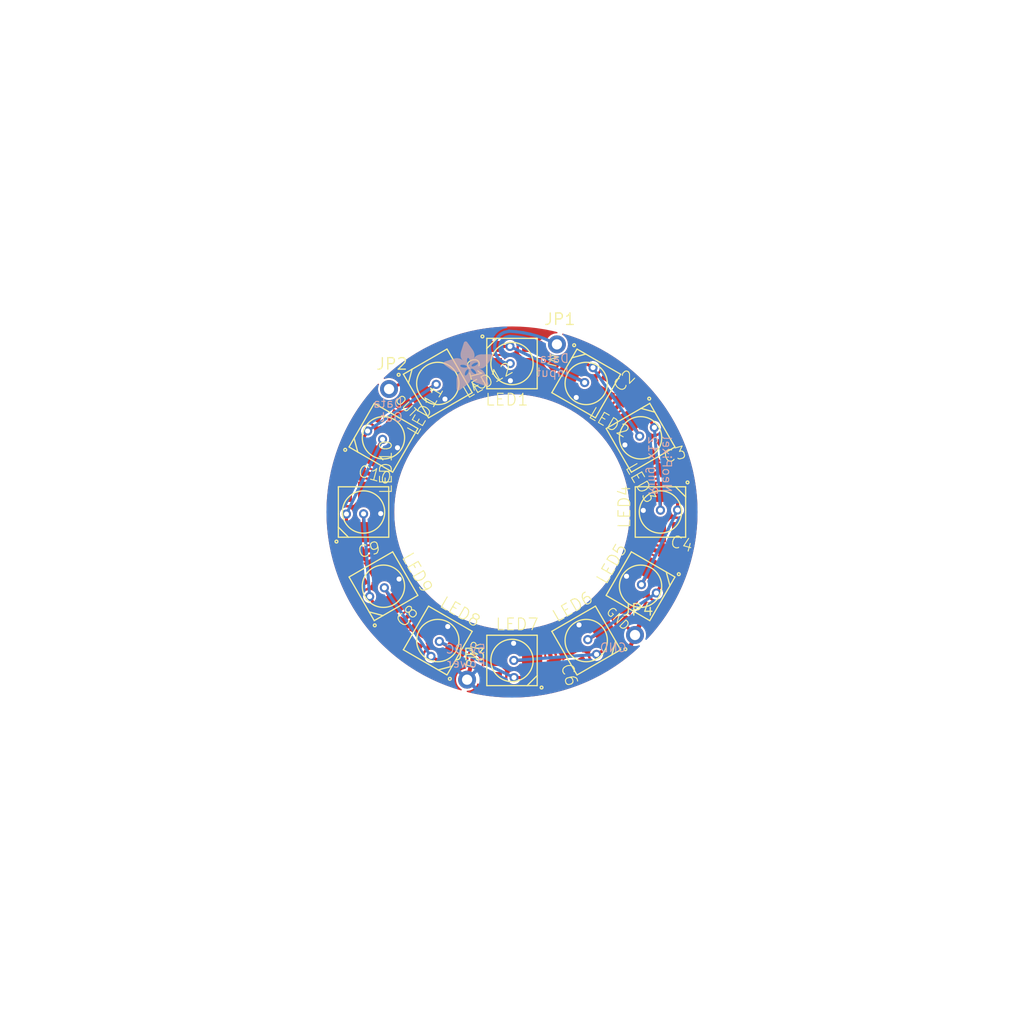
<source format=kicad_pcb>
(kicad_pcb (version 20221018) (generator pcbnew)
  (layers (0 "F.Cu" signal) (31 "B.Cu" signal) (34 "B.Paste" user) (35 "F.Paste" user) (36 "B.SilkS" user "B.Silkscreen") (37 "F.SilkS" user "F.Silkscreen") (38 "B.Mask" user) (39 "F.Mask" user) (44 "Edge.Cuts" user))
  (net 0 "")
  (net 1 "VDD")
  (net 2 "GND")
  (net 3 "N$1")
  (net 4 "N$2")
  (net 5 "N$3")
  (net 6 "N$4")
  (net 7 "N$5")
  (net 8 "N$6")
  (net 9 "N$7")
  (net 10 "N$8")
  (net 11 "N$9")
  (net 12 "N$10")
  (net 13 "N$11")
  (net 14 "N$13")
  (net 15 "N$14")
  (footprint "working:1X01-CLEANBIG" (layer "F.Cu") (at 160.708237 117.211259)
    (fp_text reference "JP4" (at -1.3462 -1.8288) (layer "F.SilkS") (effects (font (size 1.143 1.143) (thickness 0.127)) (justify left bottom)))
    (fp_text value "")
    (pad "1" thru_hole circle (at 0 0) (size 1.778 1.778) (drill 1.016) (layers "*.Cu" "*.Mask") (net 2 "GND"))
  )
  (footprint "working:C0603" (layer "F.Cu") (at 136.826754 116.677946 -135)
    (fp_text reference "C8" (at -0.635 -0.635 -135) (layer "F.SilkS") (effects (font (size 1.1684 1.1684) (thickness 0.1016)) (justify left bottom)))
    (fp_text value "")
    (pad "1" smd rect (at -0.85 0 225) (size 1.1 1) (layers "F.Cu" "F.Paste" "F.Mask") (net 1 "VDD"))
    (pad "2" smd rect (at 0.85 0 225) (size 1.1 1) (layers "F.Cu" "F.Paste" "F.Mask") (net 2 "GND"))
  )
  (footprint "working:C0603" (layer "F.Cu") (at 164.44849 100.73056 15)
    (fp_text reference "C3" (at -0.635 -0.635 15) (layer "F.SilkS") (effects (font (size 1.1684 1.1684) (thickness 0.1016)) (justify left bottom)))
    (fp_text value "")
    (pad "1" smd rect (at -0.85 0 15) (size 1.1 1) (layers "F.Cu" "F.Paste" "F.Mask") (net 1 "VDD"))
    (pad "2" smd rect (at 0.85 0 15) (size 1.1 1) (layers "F.Cu" "F.Paste" "F.Mask") (net 2 "GND"))
  )
  (footprint "working:1X01-CLEANBIG" (layer "F.Cu") (at 152.960375 88.366441)
    (fp_text reference "JP1" (at -1.3462 -1.8288) (layer "F.SilkS") (effects (font (size 1.143 1.143) (thickness 0.127)) (justify left bottom)))
    (fp_text value "")
    (pad "1" thru_hole circle (at 0 0) (size 1.778 1.778) (drill 1.016) (layers "*.Cu" "*.Mask") (net 14 "N$13"))
  )
  (footprint "working:1X01-CLEANBIG" (layer "F.Cu") (at 136.297707 92.799388)
    (fp_text reference "JP2" (at -1.3462 -1.8288) (layer "F.SilkS") (effects (font (size 1.143 1.143) (thickness 0.127)) (justify left bottom)))
    (fp_text value "")
    (pad "1" thru_hole circle (at 0 0) (size 1.778 1.778) (drill 1.016) (layers "*.Cu" "*.Mask") (net 15 "N$14"))
  )
  (footprint "working:1X01-CLEANBIG" (layer "F.Cu") (at 144.044166 121.6448)
    (fp_text reference "JP3" (at -1.3462 -1.8288) (layer "F.SilkS") (effects (font (size 1.143 1.143) (thickness 0.127)) (justify left bottom)))
    (fp_text value "")
    (pad "1" thru_hole circle (at 0 0) (size 1.778 1.778) (drill 1.016) (layers "*.Cu" "*.Mask") (net 1 "VDD"))
  )
  (footprint "working:WS28115050" (layer "F.Cu") (at 155.8671 92.245435 150)
    (fp_text reference "LED2" (at -1.7 -2.9 150) (layer "F.SilkS") (effects (font (size 1.1684 1.1684) (thickness 0.1016)) (justify left bottom)))
    (fp_text value "WS28115050")
    (pad "DI" smd rect (at 2 0 150) (size 2 1.1) (layers "F.Cu" "F.Paste" "F.Mask") (net 3 "N$1"))
    (pad "DO" smd rect (at 2 1.7 150) (size 2 1.1) (layers "F.Cu" "F.Paste" "F.Mask") (net 4 "N$2"))
    (pad "LEDVDD" smd rect (at -2 0 150) (size 2 1.1) (layers "F.Cu" "F.Paste" "F.Mask") (net 1 "VDD"))
    (pad "NC" smd rect (at -2 -1.7 150) (size 2 1.1) (layers "F.Cu" "F.Paste" "F.Mask"))
    (pad "VDD" smd rect (at 2 -1.7 150) (size 2 1.1) (layers "F.Cu" "F.Paste" "F.Mask") (net 1 "VDD"))
    (pad "VSS" smd rect (at -2 1.7 150) (size 2 1.1) (layers "F.Cu" "F.Paste" "F.Mask") (net 2 "GND"))
  )
  (footprint "working:C0603" (layer "F.Cu") (at 132.55371 100.73056 165)
    (fp_text reference "C10" (at -0.635 -0.635 165) (layer "F.SilkS") (effects (font (size 1.1684 1.1684) (thickness 0.1016)) (justify left bottom)))
    (fp_text value "")
    (pad "1" smd rect (at -0.85 0 165) (size 1.1 1) (layers "F.Cu" "F.Paste" "F.Mask") (net 1 "VDD"))
    (pad "2" smd rect (at 0.85 0 165) (size 1.1 1) (layers "F.Cu" "F.Paste" "F.Mask") (net 2 "GND"))
  )
  (footprint "working:WS28115050" (layer "F.Cu") (at 141.1351 117.761765 -30)
    (fp_text reference "LED8" (at -1.7 -2.9 -30) (layer "F.SilkS") (effects (font (size 1.1684 1.1684) (thickness 0.1016)) (justify left bottom)))
    (fp_text value "WS28115050")
    (pad "DI" smd rect (at 2 0 330) (size 2 1.1) (layers "F.Cu" "F.Paste" "F.Mask") (net 9 "N$7"))
    (pad "DO" smd rect (at 2 1.7 330) (size 2 1.1) (layers "F.Cu" "F.Paste" "F.Mask") (net 10 "N$8"))
    (pad "LEDVDD" smd rect (at -2 0 330) (size 2 1.1) (layers "F.Cu" "F.Paste" "F.Mask") (net 1 "VDD"))
    (pad "NC" smd rect (at -2 -1.7 330) (size 2 1.1) (layers "F.Cu" "F.Paste" "F.Mask"))
    (pad "VDD" smd rect (at 2 -1.7 330) (size 2 1.1) (layers "F.Cu" "F.Paste" "F.Mask") (net 1 "VDD"))
    (pad "VSS" smd rect (at -2 1.7 330) (size 2 1.1) (layers "F.Cu" "F.Paste" "F.Mask") (net 2 "GND"))
  )
  (footprint "working:WS28115050" (layer "F.Cu") (at 135.742935 97.6376 -120)
    (fp_text reference "LED11" (at -1.7 -2.9 -120) (layer "F.SilkS") (effects (font (size 1.1684 1.1684) (thickness 0.1016)) (justify left bottom)))
    (fp_text value "WS28115050")
    (pad "DI" smd rect (at 2 0 240) (size 2 1.1) (layers "F.Cu" "F.Paste" "F.Mask") (net 12 "N$10"))
    (pad "DO" smd rect (at 2 1.7 240) (size 2 1.1) (layers "F.Cu" "F.Paste" "F.Mask") (net 13 "N$11"))
    (pad "LEDVDD" smd rect (at -2 0 240) (size 2 1.1) (layers "F.Cu" "F.Paste" "F.Mask") (net 1 "VDD"))
    (pad "NC" smd rect (at -2 -1.7 240) (size 2 1.1) (layers "F.Cu" "F.Paste" "F.Mask"))
    (pad "VDD" smd rect (at 2 -1.7 240) (size 2 1.1) (layers "F.Cu" "F.Paste" "F.Mask") (net 1 "VDD"))
    (pad "VSS" smd rect (at -2 1.7 240) (size 2 1.1) (layers "F.Cu" "F.Paste" "F.Mask") (net 2 "GND"))
  )
  (footprint "working:WS28115050" (layer "F.Cu") (at 148.5011 90.2716 180)
    (fp_text reference "LED1" (at -1.7 -2.9 180) (layer "F.SilkS") (effects (font (size 1.1684 1.1684) (thickness 0.1016)) (justify right top)))
    (fp_text value "WS28115050")
    (pad "DI" smd rect (at 2 0 180) (size 2 1.1) (layers "F.Cu" "F.Paste" "F.Mask") (net 14 "N$13"))
    (pad "DO" smd rect (at 2 1.7 180) (size 2 1.1) (layers "F.Cu" "F.Paste" "F.Mask") (net 3 "N$1"))
    (pad "LEDVDD" smd rect (at -2 0 180) (size 2 1.1) (layers "F.Cu" "F.Paste" "F.Mask") (net 1 "VDD"))
    (pad "NC" smd rect (at -2 -1.7 180) (size 2 1.1) (layers "F.Cu" "F.Paste" "F.Mask"))
    (pad "VDD" smd rect (at 2 -1.7 180) (size 2 1.1) (layers "F.Cu" "F.Paste" "F.Mask") (net 1 "VDD"))
    (pad "VSS" smd rect (at -2 1.7 180) (size 2 1.1) (layers "F.Cu" "F.Paste" "F.Mask") (net 2 "GND"))
  )
  (footprint "working:C0603" (layer "F.Cu") (at 132.55371 109.27664 -165)
    (fp_text reference "C9" (at -0.635 -0.635 -165) (layer "F.SilkS") (effects (font (size 1.1684 1.1684) (thickness 0.1016)) (justify left bottom)))
    (fp_text value "")
    (pad "1" smd rect (at -0.85 0 195) (size 1.1 1) (layers "F.Cu" "F.Paste" "F.Mask") (net 1 "VDD"))
    (pad "2" smd rect (at 0.85 0 195) (size 1.1 1) (layers "F.Cu" "F.Paste" "F.Mask") (net 2 "GND"))
  )
  (footprint "working:GUIDE-STAR-12" (layer "F.Cu") (at 148.5011 105.0036)
    (fp_text reference "U$1" hide)
    (fp_text value "" hide)
  )
  (footprint "working:C0603" (layer "F.Cu") (at 144.22806 89.05621 105)
    (fp_text reference "C12" (at -0.635 -0.635 105) (layer "F.SilkS") (effects (font (size 1.1684 1.1684) (thickness 0.1016)) (justify left bottom)))
    (fp_text value "")
    (pad "1" smd rect (at -0.85 0 105) (size 1.1 1) (layers "F.Cu" "F.Paste" "F.Mask") (net 1 "VDD"))
    (pad "2" smd rect (at 0.85 0 105) (size 1.1 1) (layers "F.Cu" "F.Paste" "F.Mask") (net 2 "GND"))
  )
  (footprint "working:WS28115050" (layer "F.Cu") (at 155.8671 117.761765 30)
    (fp_text reference "LED6" (at -1.7 -2.9 30) (layer "F.SilkS") (effects (font (size 1.1684 1.1684) (thickness 0.1016)) (justify left bottom)))
    (fp_text value "WS28115050")
    (pad "DI" smd rect (at 2 0 30) (size 2 1.1) (layers "F.Cu" "F.Paste" "F.Mask") (net 7 "N$5"))
    (pad "DO" smd rect (at 2 1.7 30) (size 2 1.1) (layers "F.Cu" "F.Paste" "F.Mask") (net 8 "N$6"))
    (pad "LEDVDD" smd rect (at -2 0 30) (size 2 1.1) (layers "F.Cu" "F.Paste" "F.Mask") (net 1 "VDD"))
    (pad "NC" smd rect (at -2 -1.7 30) (size 2 1.1) (layers "F.Cu" "F.Paste" "F.Mask"))
    (pad "VDD" smd rect (at 2 -1.7 30) (size 2 1.1) (layers "F.Cu" "F.Paste" "F.Mask") (net 1 "VDD"))
    (pad "VSS" smd rect (at -2 1.7 30) (size 2 1.1) (layers "F.Cu" "F.Paste" "F.Mask") (net 2 "GND"))
  )
  (footprint "working:WS28115050" (layer "F.Cu") (at 141.1351 92.245435 -150)
    (fp_text reference "LED12" (at -1.7 -2.9 -150) (layer "F.SilkS") (effects (font (size 1.1684 1.1684) (thickness 0.1016)) (justify left bottom)))
    (fp_text value "WS28115050")
    (pad "DI" smd rect (at 2 0 210) (size 2 1.1) (layers "F.Cu" "F.Paste" "F.Mask") (net 13 "N$11"))
    (pad "DO" smd rect (at 2 1.7 210) (size 2 1.1) (layers "F.Cu" "F.Paste" "F.Mask") (net 15 "N$14"))
    (pad "LEDVDD" smd rect (at -2 0 210) (size 2 1.1) (layers "F.Cu" "F.Paste" "F.Mask") (net 1 "VDD"))
    (pad "NC" smd rect (at -2 -1.7 210) (size 2 1.1) (layers "F.Cu" "F.Paste" "F.Mask"))
    (pad "VDD" smd rect (at 2 -1.7 210) (size 2 1.1) (layers "F.Cu" "F.Paste" "F.Mask") (net 1 "VDD"))
    (pad "VSS" smd rect (at -2 1.7 210) (size 2 1.1) (layers "F.Cu" "F.Paste" "F.Mask") (net 2 "GND"))
  )
  (footprint "working:C0603" (layer "F.Cu") (at 152.77414 120.95099 -75)
    (fp_text reference "C6" (at -0.635 -0.635 -75) (layer "F.SilkS") (effects (font (size 1.1684 1.1684) (thickness 0.1016)) (justify left bottom)))
    (fp_text value "")
    (pad "1" smd rect (at -0.85 0 285) (size 1.1 1) (layers "F.Cu" "F.Paste" "F.Mask") (net 1 "VDD"))
    (pad "2" smd rect (at 0.85 0 285) (size 1.1 1) (layers "F.Cu" "F.Paste" "F.Mask") (net 2 "GND"))
  )
  (footprint "working:C0603" (layer "F.Cu") (at 164.44849 109.27664 -15)
    (fp_text reference "C4" (at -0.635 -0.635 -15) (layer "F.SilkS") (effects (font (size 1.1684 1.1684) (thickness 0.1016)) (justify left bottom)))
    (fp_text value "")
    (pad "1" smd rect (at -0.85 0 345) (size 1.1 1) (layers "F.Cu" "F.Paste" "F.Mask") (net 1 "VDD"))
    (pad "2" smd rect (at 0.85 0 345) (size 1.1 1) (layers "F.Cu" "F.Paste" "F.Mask") (net 2 "GND"))
  )
  (footprint "working:WS28115050" (layer "F.Cu") (at 161.259265 112.3696 60)
    (fp_text reference "LED5" (at -1.7 -2.9 60) (layer "F.SilkS") (effects (font (size 1.1684 1.1684) (thickness 0.1016)) (justify left bottom)))
    (fp_text value "WS28115050")
    (pad "DI" smd rect (at 2 0 60) (size 2 1.1) (layers "F.Cu" "F.Paste" "F.Mask") (net 6 "N$4"))
    (pad "DO" smd rect (at 2 1.7 60) (size 2 1.1) (layers "F.Cu" "F.Paste" "F.Mask") (net 7 "N$5"))
    (pad "LEDVDD" smd rect (at -2 0 60) (size 2 1.1) (layers "F.Cu" "F.Paste" "F.Mask") (net 1 "VDD"))
    (pad "NC" smd rect (at -2 -1.7 60) (size 2 1.1) (layers "F.Cu" "F.Paste" "F.Mask"))
    (pad "VDD" smd rect (at 2 -1.7 60) (size 2 1.1) (layers "F.Cu" "F.Paste" "F.Mask") (net 1 "VDD"))
    (pad "VSS" smd rect (at -2 1.7 60) (size 2 1.1) (layers "F.Cu" "F.Paste" "F.Mask") (net 2 "GND"))
  )
  (footprint "working:GUIDE-STAR-12" (layer "F.Cu") (at 148.5011 105.0036 15)
    (fp_text reference "U$2" hide)
    (fp_text value "" hide)
  )
  (footprint "working:WS28115050" (layer "F.Cu") (at 161.259265 97.6376 120)
    (fp_text reference "LED3" (at -1.7 -2.9 120) (layer "F.SilkS") (effects (font (size 1.1684 1.1684) (thickness 0.1016)) (justify left bottom)))
    (fp_text value "WS28115050")
    (pad "DI" smd rect (at 2 0 120) (size 2 1.1) (layers "F.Cu" "F.Paste" "F.Mask") (net 4 "N$2"))
    (pad "DO" smd rect (at 2 1.7 120) (size 2 1.1) (layers "F.Cu" "F.Paste" "F.Mask") (net 5 "N$3"))
    (pad "LEDVDD" smd rect (at -2 0 120) (size 2 1.1) (layers "F.Cu" "F.Paste" "F.Mask") (net 1 "VDD"))
    (pad "NC" smd rect (at -2 -1.7 120) (size 2 1.1) (layers "F.Cu" "F.Paste" "F.Mask"))
    (pad "VDD" smd rect (at 2 -1.7 120) (size 2 1.1) (layers "F.Cu" "F.Paste" "F.Mask") (net 1 "VDD"))
    (pad "VSS" smd rect (at -2 1.7 120) (size 2 1.1) (layers "F.Cu" "F.Paste" "F.Mask") (net 2 "GND"))
  )
  (footprint "working:WS28115050" (layer "F.Cu") (at 133.7691 105.0036 -90)
    (fp_text reference "LED10" (at -1.7 -2.9 -90) (layer "F.SilkS") (effects (font (size 1.1684 1.1684) (thickness 0.1016)) (justify left bottom)))
    (fp_text value "WS28115050")
    (pad "DI" smd rect (at 2 0 270) (size 2 1.1) (layers "F.Cu" "F.Paste" "F.Mask") (net 11 "N$9"))
    (pad "DO" smd rect (at 2 1.7 270) (size 2 1.1) (layers "F.Cu" "F.Paste" "F.Mask") (net 12 "N$10"))
    (pad "LEDVDD" smd rect (at -2 0 270) (size 2 1.1) (layers "F.Cu" "F.Paste" "F.Mask") (net 1 "VDD"))
    (pad "NC" smd rect (at -2 -1.7 270) (size 2 1.1) (layers "F.Cu" "F.Paste" "F.Mask"))
    (pad "VDD" smd rect (at 2 -1.7 270) (size 2 1.1) (layers "F.Cu" "F.Paste" "F.Mask") (net 1 "VDD"))
    (pad "VSS" smd rect (at -2 1.7 270) (size 2 1.1) (layers "F.Cu" "F.Paste" "F.Mask") (net 2 "GND"))
  )
  (footprint "working:C0603" (layer "F.Cu") (at 160.175446 93.329254 45)
    (fp_text reference "C2" (at -0.635 -0.635 45) (layer "F.SilkS") (effects (font (size 1.1684 1.1684) (thickness 0.1016)) (justify left bottom)))
    (fp_text value "")
    (pad "1" smd rect (at -0.85 0 45) (size 1.1 1) (layers "F.Cu" "F.Paste" "F.Mask") (net 1 "VDD"))
    (pad "2" smd rect (at 0.85 0 45) (size 1.1 1) (layers "F.Cu" "F.Paste" "F.Mask") (net 2 "GND"))
  )
  (footprint "working:WS28115050" (layer "F.Cu") (at 135.742935 112.3696 -60)
    (fp_text reference "LED9" (at -1.7 -2.9 -60) (layer "F.SilkS") (effects (font (size 1.1684 1.1684) (thickness 0.1016)) (justify left bottom)))
    (fp_text value "WS28115050")
    (pad "DI" smd rect (at 2 0 300) (size 2 1.1) (layers "F.Cu" "F.Paste" "F.Mask") (net 10 "N$8"))
    (pad "DO" smd rect (at 2 1.7 300) (size 2 1.1) (layers "F.Cu" "F.Paste" "F.Mask") (net 11 "N$9"))
    (pad "LEDVDD" smd rect (at -2 0 300) (size 2 1.1) (layers "F.Cu" "F.Paste" "F.Mask") (net 1 "VDD"))
    (pad "NC" smd rect (at -2 -1.7 300) (size 2 1.1) (layers "F.Cu" "F.Paste" "F.Mask"))
    (pad "VDD" smd rect (at 2 -1.7 300) (size 2 1.1) (layers "F.Cu" "F.Paste" "F.Mask") (net 1 "VDD"))
    (pad "VSS" smd rect (at -2 1.7 300) (size 2 1.1) (layers "F.Cu" "F.Paste" "F.Mask") (net 2 "GND"))
  )
  (footprint "working:WS28115050" (layer "F.Cu") (at 148.5011 119.7356)
    (fp_text reference "LED7" (at -1.7 -2.9) (layer "F.SilkS") (effects (font (size 1.1684 1.1684) (thickness 0.1016)) (justify left bottom)))
    (fp_text value "WS28115050")
    (pad "DI" smd rect (at 2 0) (size 2 1.1) (layers "F.Cu" "F.Paste" "F.Mask") (net 8 "N$6"))
    (pad "DO" smd rect (at 2 1.7) (size 2 1.1) (layers "F.Cu" "F.Paste" "F.Mask") (net 9 "N$7"))
    (pad "LEDVDD" smd rect (at -2 0) (size 2 1.1) (layers "F.Cu" "F.Paste" "F.Mask") (net 1 "VDD"))
    (pad "NC" smd rect (at -2 -1.7) (size 2 1.1) (layers "F.Cu" "F.Paste" "F.Mask"))
    (pad "VDD" smd rect (at 2 -1.7) (size 2 1.1) (layers "F.Cu" "F.Paste" "F.Mask") (net 1 "VDD"))
    (pad "VSS" smd rect (at -2 1.7) (size 2 1.1) (layers "F.Cu" "F.Paste" "F.Mask") (net 2 "GND"))
  )
  (footprint "working:WS28115050" (layer "F.Cu") (at 163.2331 105.0036 90)
    (fp_text reference "LED4" (at -1.7 -2.9 90) (layer "F.SilkS") (effects (font (size 1.1684 1.1684) (thickness 0.1016)) (justify left bottom)))
    (fp_text value "WS28115050")
    (pad "DI" smd rect (at 2 0 90) (size 2 1.1) (layers "F.Cu" "F.Paste" "F.Mask") (net 5 "N$3"))
    (pad "DO" smd rect (at 2 1.7 90) (size 2 1.1) (layers "F.Cu" "F.Paste" "F.Mask") (net 6 "N$4"))
    (pad "LEDVDD" smd rect (at -2 0 90) (size 2 1.1) (layers "F.Cu" "F.Paste" "F.Mask") (net 1 "VDD"))
    (pad "NC" smd rect (at -2 -1.7 90) (size 2 1.1) (layers "F.Cu" "F.Paste" "F.Mask"))
    (pad "VDD" smd rect (at 2 -1.7 90) (size 2 1.1) (layers "F.Cu" "F.Paste" "F.Mask") (net 1 "VDD"))
    (pad "VSS" smd rect (at -2 1.7 90) (size 2 1.1) (layers "F.Cu" "F.Paste" "F.Mask") (net 2 "GND"))
  )
  (footprint "working:ADAFRUIT_5MM" (layer "B.Cu") (at 146.5961 92.9386 180)
    (fp_text reference "U$3" hide)
    (fp_text value "" hide)
  )
  (gr_circle (center 148.5011 105.0036) (end 160.1851 105.0036) (stroke (width 0.000003)) (fill none) (layer "Edge.Cuts"))
  (gr_arc (start 166.9161 105.0036) (mid 161.522471 118.024971) (end 148.5011 123.4186) (stroke (width 0.000003)) (layer "Edge.Cuts"))
  (gr_arc (start 130.0861 105.0036) (mid 135.479729 91.982229) (end 148.5011 86.5886) (stroke (width 0.000003)) (layer "Edge.Cuts"))
  (gr_arc (start 148.5011 86.5886) (mid 161.522471 91.982229) (end 166.9161 105.0036) (stroke (width 0.000003)) (layer "Edge.Cuts"))
  (gr_arc (start 148.5011 123.4186) (mid 135.479729 118.024971) (end 130.0861 105.0036) (stroke (width 0.000003)) (layer "Edge.Cuts"))
  (gr_text "Data\nInput" (at 154.2161 91.6686) (layer "B.SilkS") (effects (font (size 0.86868 0.86868) (thickness 0.09652)) (justify left bottom mirror)))
  (gr_text "Data\nOut" (at 137.7061 96.1136) (layer "B.SilkS") (effects (font (size 0.86868 0.86868) (thickness 0.09652)) (justify left bottom mirror)))
  (gr_text "GND" (at 159.9311 118.9736) (layer "B.SilkS") (effects (font (size 0.86868 0.86868) (thickness 0.09652)) (justify left bottom mirror)))
  (gr_text "NeoPixel\nRing x12" (at 164.3761 97.3836 -90) (layer "B.SilkS") (effects (font (size 0.86868 0.86868) (thickness 0.09652)) (justify right top mirror)))
  (gr_text "5V DC\nPower" (at 145.948832 120.520584) (layer "B.SilkS") (effects (font (size 0.86868 0.86868) (thickness 0.09652)) (justify left bottom mirror)))
  (gr_text "GND" (at 160.354521 116.203618 315) (layer "F.SilkS") (effects (font (size 0.86868 0.86868) (thickness 0.09652)) (justify right top)))
  (gr_text "PWR" (at 144.793075 120.68354 75) (layer "F.SilkS") (effects (font (size 0.86868 0.86868) (thickness 0.09652)) (justify left bottom)))
  (gr_text "OUT" (at 136.737569 93.938422 315) (layer "F.SilkS") (effects (font (size 0.86868 0.86868) (thickness 0.09652)) (justify left bottom)))
  (gr_text "IN" (at 152.3111 89.1286 75) (layer "F.SilkS") (effects (font (size 0.86868 0.86868) (thickness 0.09652)) (justify right top)))
  (segment (start 152.585706 91.929985) (end 153.285046 92.717679) (width 0.4064) (layer "F.Cu") (net 1))
  (segment (start 137.170491 95.173554) (end 139.629557 94.892872) (width 0.4064) (layer "F.Cu") (net 1))
  (segment (start 152.554143 120.129953) (end 152.314146 119.233696) (width 0.4064) (layer "F.Cu") (net 1))
  (segment (start 157.59915 93.245435) (end 159.574403 93.930297) (width 0.4064) (layer "F.Cu") (net 1))
  (segment (start 161.5331 103.0036) (end 161.532062 104.844341) (width 0.4064) (layer "F.Cu") (net 1))
  (segment (start 158.379412 95.125288) (end 158.787021 96.75555) (width 0.4064) (layer "F.Cu") (net 1))
  (segment (start 152.11679 118.497603) (end 149.770912 118.035187) (width 0.4064) (layer "F.Cu") (net 1))
  (segment (start 133.374747 100.950557) (end 134.271004 101.190554) (width 0.4064) (layer "F.Cu") (net 1))
  (segment (start 144.043744 121.646971) (end 144.847579 118.659746) (width 0.4064) (layer "F.Cu") (net 1))
  (segment (start 161.995103 108.61929) (end 162.731196 108.816646) (width 0.4064) (layer "F.Cu") (net 1))
  (segment (start 158.379412 95.125288) (end 159.574403 93.930297) (width 0.4064) (layer "F.Cu") (net 1))
  (segment (start 161.995103 108.61929) (end 160.787021 109.787546) (width 0.4064) (layer "F.Cu") (net 1))
  (segment (start 150.5011 90.2716) (end 151.237371 90.127069) (width 0.4064) (layer "F.Cu") (net 1))
  (segment (start 150.5011 118.0356) (end 149.770912 118.035187) (width 0.4064) (layer "F.Cu") (net 1))
  (segment (start 144.294582 117.911887) (end 143.717154 117.289521) (width 0.4064) (layer "F.Cu") (net 1))
  (segment (start 135.007097 108.61929) (end 135.4691 107.0036) (width 0.4064) (layer "F.Cu") (net 1))
  (segment (start 162.731196 101.190554) (end 163.627453 100.950557) (width 0.4064) (layer "F.Cu") (net 1))
  (segment (start 153.285046 92.717679) (end 154.878787 93.638879) (width 0.4064) (layer "F.Cu") (net 1))
  (segment (start 162.259265 99.369654) (end 163.627453 100.950557) (width 0.4064) (layer "F.Cu") (net 1))
  (segment (start 162.731196 108.816646) (end 163.627453 109.056643) (width 0.4064) (layer "F.Cu") (net 1))
  (segment (start 144.88541 91.509597) (end 146.5011 91.9716) (width 0.4064) (layer "F.Cu") (net 1))
  (segment (start 135.007097 101.38791) (end 136.215179 100.219654) (width 0.4064) (layer "F.Cu") (net 1))
  (segment (start 163.2331 107.0036) (end 163.627453 109.056643) (width 0.4064) (layer "F.Cu") (net 1))
  (segment (start 144.448057 89.877247) (end 144.688054 90.773504) (width 0.4064) (layer "F.Cu") (net 1))
  (segment (start 138.215179 113.25165) (end 137.295382 111.656875) (width 0.4064) (layer "F.Cu") (net 1))
  (segment (start 160.787021 109.787546) (end 159.865821 111.381287) (width 0.4064) (layer "F.Cu") (net 1))
  (segment (start 133.374747 109.056643) (end 134.742935 110.637546) (width 0.4064) (layer "F.Cu") (net 1))
  (segment (start 157.639509 115.109687) (end 156.74915 115.289521) (width 0.4064) (layer "F.Cu") (net 1))
  (segment (start 152.11679 118.497603) (end 152.314146 119.233696) (width 0.4064) (layer "F.Cu") (net 1))
  (segment (start 161.995103 101.38791) (end 162.731196 101.190554) (width 0.4064) (layer "F.Cu") (net 1))
  (segment (start 144.88541 91.509597) (end 144.688054 90.773504) (width 0.4064) (layer "F.Cu") (net 1))
  (segment (start 159.859468 114.829378) (end 157.639509 115.109687) (width 0.4064) (layer "F.Cu") (net 1))
  (segment (start 137.427797 116.076903) (end 138.622788 114.881912) (width 0.4064) (layer "F.Cu") (net 1))
  (segment (start 146.5011 91.9716) (end 148.341841 91.972638) (width 0.4064) (layer "F.Cu") (net 1))
  (segment (start 151.237371 90.127069) (end 152.585706 91.929985) (width 0.4064) (layer "F.Cu") (net 1))
  (segment (start 154.135046 118.761765) (end 152.554143 120.129953) (width 0.4064) (layer "F.Cu") (net 1))
  (segment (start 156.74915 115.289521) (end 155.154375 116.209318) (width 0.4064) (layer "F.Cu") (net 1))
  (segment (start 133.374747 109.056643) (end 134.271004 108.816646) (width 0.4064) (layer "F.Cu") (net 1))
  (segment (start 135.4691 107.0036) (end 135.470138 105.162859) (width 0.4064) (layer "F.Cu") (net 1))
  (segment (start 135.007097 108.61929) (end 134.271004 108.816646) (width 0.4064) (layer "F.Cu") (net 1))
  (segment (start 139.629557 94.892872) (end 140.25305 94.717679) (width 0.4064) (layer "F.Cu") (net 1))
  (segment (start 136.215179 100.219654) (end 137.136379 98.625913) (width 0.4064) (layer "F.Cu") (net 1))
  (segment (start 160.259265 114.10165) (end 159.859468 114.829378) (width 0.4064) (layer "F.Cu") (net 1))
  (segment (start 133.7691 103.0036) (end 133.374747 100.950557) (width 0.4064) (layer "F.Cu") (net 1))
  (segment (start 140.25305 94.717679) (end 141.847825 93.797882) (width 0.4064) (layer "F.Cu") (net 1))
  (segment (start 142.123413 116.368321) (end 143.717154 117.289521) (width 0.4064) (layer "F.Cu") (net 1))
  (segment (start 139.40305 116.761762) (end 137.427797 116.076903) (width 0.4064) (layer "F.Cu") (net 1))
  (segment (start 138.622788 114.881912) (end 138.215179 113.25165) (width 0.4064) (layer "F.Cu") (net 1))
  (segment (start 149.770912 118.035187) (end 148.660359 118.034562) (width 0.4064) (layer "F.Cu") (net 1))
  (segment (start 145.668954 119.744) (end 144.294582 117.911887) (width 0.4064) (layer "F.Cu") (net 1))
  (segment (start 142.867154 91.245435) (end 144.448057 89.877247) (width 0.4064) (layer "F.Cu") (net 1))
  (segment (start 161.995103 101.38791) (end 161.5331 103.0036) (width 0.4064) (layer "F.Cu") (net 1))
  (segment (start 136.742938 95.90555) (end 137.170491 95.173554) (width 0.4064) (layer "F.Cu") (net 1))
  (segment (start 135.007097 101.38791) (end 134.271004 101.190554) (width 0.4064) (layer "F.Cu") (net 1))
  (segment (start 146.5011 119.7356) (end 145.668954 119.744) (width 0.4064) (layer "F.Cu") (net 1))
  (segment (start 158.787021 96.75555) (end 159.706818 98.350325) (width 0.4064) (layer "F.Cu") (net 1))
  (via (at 148.660359 118.034562) (size 0.9064) (drill 0.5) (layers "F.Cu" "B.Cu") (net 1))
  (via (at 161.532062 104.844341) (size 0.9064) (drill 0.5) (layers "F.Cu" "B.Cu") (net 1))
  (via (at 137.295382 111.656875) (size 0.9064) (drill 0.5) (layers "F.Cu" "B.Cu") (net 1))
  (via (at 142.123413 116.368321) (size 0.9064) (drill 0.5) (layers "F.Cu" "B.Cu") (net 1))
  (via (at 135.470138 105.162859) (size 0.9064) (drill 0.5) (layers "F.Cu" "B.Cu") (net 1))
  (via (at 141.847825 93.797882) (size 0.9064) (drill 0.5) (layers "F.Cu" "B.Cu") (net 1))
  (via (at 137.136379 98.625913) (size 0.9064) (drill 0.5) (layers "F.Cu" "B.Cu") (net 1))
  (via (at 155.154375 116.209318) (size 0.9064) (drill 0.5) (layers "F.Cu" "B.Cu") (net 1))
  (via (at 154.878787 93.638879) (size 0.9064) (drill 0.5) (layers "F.Cu" "B.Cu") (net 1))
  (via (at 159.706818 98.350325) (size 0.9064) (drill 0.5) (layers "F.Cu" "B.Cu") (net 1))
  (via (at 148.341841 91.972638) (size 0.9064) (drill 0.5) (layers "F.Cu" "B.Cu") (net 1))
  (via (at 159.865821 111.381287) (size 0.9064) (drill 0.5) (layers "F.Cu" "B.Cu") (net 1))
  (segment (start 136.192455 100.593087) (end 136.449938 99.918554) (width 0.4064) (layer "B.Cu") (net 1))
  (segment (start 137.844184 112.611344) (end 137.443059 112.011018) (width 0.4064) (layer "B.Cu") (net 1))
  (segment (start 152.912377 117.312918) (end 152.224529 117.532155) (width 0.4064) (layer "B.Cu") (net 1))
  (segment (start 160.257476 110.748935) (end 159.926118 111.390342) (width 0.4064) (layer "B.Cu") (net 1))
  (segment (start 145.477618 92.295358) (end 146.185751 92.154502) (width 0.4064) (layer "B.Cu") (net 1))
  (segment (start 139.764826 114.760543) (end 139.240173 114.264527) (width 0.4064) (layer "B.Cu") (net 1))
  (segment (start 160.809809 109.415485) (end 160.552349 110.089958) (width 0.4064) (layer "B.Cu") (net 1))
  (segment (start 136.449938 110.088646) (end 136.192455 109.414113) (width 0.4064) (layer "B.Cu") (net 1))
  (segment (start 138.744157 113.739874) (end 138.278338 113.188235) (width 0.4064) (layer "B.Cu") (net 1))
  (segment (start 142.115555 116.428475) (end 141.493682 116.061641) (width 0.4064) (layer "B.Cu") (net 1))
  (segment (start 146.185751 117.852698) (end 145.477618 117.711842) (width 0.4064) (layer "B.Cu") (net 1))
  (segment (start 161.511814 105.886265) (end 161.451135 106.605653) (width 0.4064) (layer "B.Cu") (net 1))
  (segment (start 161.532062 105.164607) (end 161.511814 105.886265) (width 0.4064) (layer "B.Cu") (net 1))
  (segment (start 158.724111 113.189272) (end 158.258334 113.740863) (width 0.4064) (layer "B.Cu") (net 1))
  (segment (start 148.660359 91.972638) (end 149.382081 91.992888) (width 0.4064) (layer "B.Cu") (net 1))
  (segment (start 158.258043 96.267326) (end 158.723862 96.818965) (width 0.4064) (layer "B.Cu") (net 1))
  (segment (start 148.341841 118.034562) (end 147.620119 118.014312) (width 0.4064) (layer "B.Cu") (net 1))
  (segment (start 135.470138 104.844341) (end 135.470138 104.844341) (width 0.4064) (layer "B.Cu") (net 1))
  (segment (start 159.158016 97.395856) (end 159.559141 97.996182) (width 0.4064) (layer "B.Cu") (net 1))
  (segment (start 160.552262 99.918554) (end 160.809745 100.593087) (width 0.4064) (layer "B.Cu") (net 1))
  (segment (start 135.551073 106.604032) (end 135.470138 105.162859) (width 0.4064) (layer "B.Cu") (net 1))
  (segment (start 153.586851 117.055457) (end 152.912377 117.312918) (width 0.4064) (layer "B.Cu") (net 1))
  (segment (start 157.762027 95.742673) (end 158.258043 96.267326) (width 0.4064) (layer "B.Cu") (net 1))
  (segment (start 135.652002 107.318949) (end 135.551073 106.604032) (width 0.4064) (layer "B.Cu") (net 1))
  (segment (start 152.911613 92.694955) (end 153.586146 92.952438) (width 0.4064) (layer "B.Cu") (net 1))
  (segment (start 150.817399 117.853323) (end 150.102546 117.954243) (width 0.4064) (layer "B.Cu") (net 1))
  (segment (start 161.029001 101.280997) (end 161.209342 101.980118) (width 0.4064) (layer "B.Cu") (net 1))
  (segment (start 155.508518 93.945559) (end 156.108844 94.346684) (width 0.4064) (layer "B.Cu") (net 1))
  (segment (start 150.101532 92.053573) (end 150.816449 92.154502) (width 0.4064) (layer "B.Cu") (net 1))
  (segment (start 161.451127 103.403168) (end 161.532062 104.844341) (width 0.4064) (layer "B.Cu") (net 1))
  (segment (start 146.185751 92.154502) (end 146.900668 92.053573) (width 0.4064) (layer "B.Cu") (net 1))
  (segment (start 158.258334 113.740863) (end 157.762362 114.26547) (width 0.4064) (layer "B.Cu") (net 1))
  (segment (start 139.764826 95.246657) (end 140.316465 94.780838) (width 0.4064) (layer "B.Cu") (net 1))
  (segment (start 154.886645 93.578725) (end 155.508518 93.945559) (width 0.4064) (layer "B.Cu") (net 1))
  (segment (start 152.224529 117.532155) (end 151.52547 117.712479) (width 0.4064) (layer "B.Cu") (net 1))
  (segment (start 161.451135 106.605653) (end 161.350214 107.320506) (width 0.4064) (layer "B.Cu") (net 1))
  (segment (start 144.778497 92.475699) (end 145.477618 92.295358) (width 0.4064) (layer "B.Cu") (net 1))
  (segment (start 140.316465 94.780838) (end 140.893356 94.346684) (width 0.4064) (layer "B.Cu") (net 1))
  (segment (start 159.925975 98.618055) (end 160.257363 99.259518) (width 0.4064) (layer "B.Cu") (net 1))
  (segment (start 143.416054 117.054762) (end 142.757018 116.759863) (width 0.4064) (layer "B.Cu") (net 1))
  (segment (start 140.893356 94.346684) (end 141.493682 93.945559) (width 0.4064) (layer "B.Cu") (net 1))
  (segment (start 160.257363 99.259518) (end 160.552262 99.918554) (width 0.4064) (layer "B.Cu") (net 1))
  (segment (start 144.090587 92.694955) (end 144.778497 92.475699) (width 0.4064) (layer "B.Cu") (net 1))
  (segment (start 135.490388 104.122619) (end 135.551073 103.403168) (width 0.4064) (layer "B.Cu") (net 1))
  (segment (start 154.887234 116.429226) (end 154.245828 116.760584) (width 0.4064) (layer "B.Cu") (net 1))
  (segment (start 148.341841 118.034562) (end 148.341841 118.034562) (width 0.4064) (layer "B.Cu") (net 1))
  (segment (start 142.757018 116.759863) (end 142.115555 116.428475) (width 0.4064) (layer "B.Cu") (net 1))
  (segment (start 135.551073 103.403168) (end 135.652002 102.688251) (width 0.4064) (layer "B.Cu") (net 1))
  (segment (start 148.660359 118.034562) (end 148.341841 118.034562) (width 0.4064) (layer "B.Cu") (net 1))
  (segment (start 156.686165 115.227219) (end 156.109325 115.661335) (width 0.4064) (layer "B.Cu") (net 1))
  (segment (start 144.090587 117.312245) (end 143.416054 117.054762) (width 0.4064) (layer "B.Cu") (net 1))
  (segment (start 139.240173 114.264527) (end 138.744157 113.739874) (width 0.4064) (layer "B.Cu") (net 1))
  (segment (start 151.524582 92.295358) (end 152.223703 92.475699) (width 0.4064) (layer "B.Cu") (net 1))
  (segment (start 154.245182 93.247337) (end 154.886645 93.578725) (width 0.4064) (layer "B.Cu") (net 1))
  (segment (start 137.076225 98.618055) (end 137.443059 97.996182) (width 0.4064) (layer "B.Cu") (net 1))
  (segment (start 156.685735 94.780838) (end 157.237374 95.246657) (width 0.4064) (layer "B.Cu") (net 1))
  (segment (start 151.52547 117.712479) (end 150.817399 117.853323) (width 0.4064) (layer "B.Cu") (net 1))
  (segment (start 161.209342 101.980118) (end 161.350198 102.688251) (width 0.4064) (layer "B.Cu") (net 1))
  (segment (start 156.109325 115.661335) (end 155.509052 116.062425) (width 0.4064) (layer "B.Cu") (net 1))
  (segment (start 157.762362 114.26547) (end 157.237755 114.761442) (width 0.4064) (layer "B.Cu") (net 1))
  (segment (start 161.350214 107.320506) (end 161.20937 108.028577) (width 0.4064) (layer "B.Cu") (net 1))
  (segment (start 140.893356 115.660516) (end 140.316465 115.226362) (width 0.4064) (layer "B.Cu") (net 1))
  (segment (start 157.237755 114.761442) (end 156.686165 115.227219) (width 0.4064) (layer "B.Cu") (net 1))
  (segment (start 136.449938 99.918554) (end 136.744837 99.259518) (width 0.4064) (layer "B.Cu") (net 1))
  (segment (start 135.652002 102.688251) (end 135.792858 101.980118) (width 0.4064) (layer "B.Cu") (net 1))
  (segment (start 161.20937 108.028577) (end 161.029046 108.727636) (width 0.4064) (layer "B.Cu") (net 1))
  (segment (start 161.029046 108.727636) (end 160.809809 109.415485) (width 0.4064) (layer "B.Cu") (net 1))
  (segment (start 135.973199 108.726203) (end 135.792858 108.027082) (width 0.4064) (layer "B.Cu") (net 1))
  (segment (start 158.723862 96.818965) (end 159.158016 97.395856) (width 0.4064) (layer "B.Cu") (net 1))
  (segment (start 137.443059 97.996182) (end 137.844184 97.395856) (width 0.4064) (layer "B.Cu") (net 1))
  (segment (start 143.416054 92.952438) (end 144.090587 92.694955) (width 0.4064) (layer "B.Cu") (net 1))
  (segment (start 142.757018 93.247337) (end 143.416054 92.952438) (width 0.4064) (layer "B.Cu") (net 1))
  (segment (start 152.223703 92.475699) (end 152.911613 92.694955) (width 0.4064) (layer "B.Cu") (net 1))
  (segment (start 138.744157 96.267326) (end 139.240173 95.742673) (width 0.4064) (layer "B.Cu") (net 1))
  (segment (start 156.108844 94.346684) (end 156.685735 94.780838) (width 0.4064) (layer "B.Cu") (net 1))
  (segment (start 136.192455 109.414113) (end 135.973199 108.726203) (width 0.4064) (layer "B.Cu") (net 1))
  (segment (start 157.237374 95.246657) (end 157.762027 95.742673) (width 0.4064) (layer "B.Cu") (net 1))
  (segment (start 135.470138 105.162859) (end 135.470138 104.844341) (width 0.4064) (layer "B.Cu") (net 1))
  (segment (start 140.316465 115.226362) (end 139.764826 114.760543) (width 0.4064) (layer "B.Cu") (net 1))
  (segment (start 137.844184 97.395856) (end 138.278338 96.818965) (width 0.4064) (layer "B.Cu") (net 1))
  (segment (start 146.900668 117.953627) (end 146.185751 117.852698) (width 0.4064) (layer "B.Cu") (net 1))
  (segment (start 137.443059 112.011018) (end 137.076225 111.389145) (width 0.4064) (layer "B.Cu") (net 1))
  (segment (start 135.792858 101.980118) (end 135.973199 101.280997) (width 0.4064) (layer "B.Cu") (net 1))
  (segment (start 145.477618 117.711842) (end 144.778497 117.531501) (width 0.4064) (layer "B.Cu") (net 1))
  (segment (start 139.240173 95.742673) (end 139.764826 95.246657) (width 0.4064) (layer "B.Cu") (net 1))
  (segment (start 147.620119 118.014312) (end 146.900668 117.953627) (width 0.4064) (layer "B.Cu") (net 1))
  (segment (start 160.809745 100.593087) (end 161.029001 101.280997) (width 0.4064) (layer "B.Cu") (net 1))
  (segment (start 159.926118 111.390342) (end 159.559317 112.01216) (width 0.4064) (layer "B.Cu") (net 1))
  (segment (start 155.509052 116.062425) (end 154.887234 116.429226) (width 0.4064) (layer "B.Cu") (net 1))
  (segment (start 137.076225 111.389145) (end 136.744837 110.747682) (width 0.4064) (layer "B.Cu") (net 1))
  (segment (start 136.744837 110.747682) (end 136.449938 110.088646) (width 0.4064) (layer "B.Cu") (net 1))
  (segment (start 159.158227 112.612433) (end 158.724111 113.189272) (width 0.4064) (layer "B.Cu") (net 1))
  (segment (start 153.586146 92.952438) (end 154.245182 93.247337) (width 0.4064) (layer "B.Cu") (net 1))
  (segment (start 148.660359 91.972638) (end 148.660359 91.972638) (width 0.4064) (layer "B.Cu") (net 1))
  (segment (start 148.341841 91.972638) (end 148.660359 91.972638) (width 0.4064) (layer "B.Cu") (net 1))
  (segment (start 150.102546 117.954243) (end 148.6615 118.035171) (width 0.4064) (layer "B.Cu") (net 1))
  (segment (start 159.559141 97.996182) (end 159.925975 98.618055) (width 0.4064) (layer "B.Cu") (net 1))
  (segment (start 144.778497 117.531501) (end 144.090587 117.312245) (width 0.4064) (layer "B.Cu") (net 1))
  (segment (start 154.245828 116.760584) (end 153.586851 117.055457) (width 0.4064) (layer "B.Cu") (net 1))
  (segment (start 135.470138 104.844341) (end 135.490388 104.122619) (width 0.4064) (layer "B.Cu") (net 1))
  (segment (start 149.382081 91.992888) (end 150.101532 92.053573) (width 0.4064) (layer "B.Cu") (net 1))
  (segment (start 141.493682 93.945559) (end 142.115555 93.578725) (width 0.4064) (layer "B.Cu") (net 1))
  (segment (start 135.973199 101.280997) (end 136.192455 100.593087) (width 0.4064) (layer "B.Cu") (net 1))
  (segment (start 136.744837 99.259518) (end 137.076225 98.618055) (width 0.4064) (layer "B.Cu") (net 1))
  (segment (start 142.115555 93.578725) (end 142.757018 93.247337) (width 0.4064) (layer "B.Cu") (net 1))
  (segment (start 135.792858 108.027082) (end 135.652002 107.318949) (width 0.4064) (layer "B.Cu") (net 1))
  (segment (start 146.900668 92.053573) (end 148.341841 91.972638) (width 0.4064) (layer "B.Cu") (net 1))
  (segment (start 138.278338 96.818965) (end 138.744157 96.267326) (width 0.4064) (layer "B.Cu") (net 1))
  (segment (start 161.532062 104.844341) (end 161.532062 105.164609) (width 0.4064) (layer "B.Cu") (net 1))
  (segment (start 161.532062 105.164609) (end 161.532062 105.164607) (width 0.4064) (layer "B.Cu") (net 1))
  (segment (start 159.559317 112.01216) (end 159.158227 112.612433) (width 0.4064) (layer "B.Cu") (net 1))
  (segment (start 141.493682 116.061641) (end 140.893356 115.660516) (width 0.4064) (layer "B.Cu") (net 1))
  (segment (start 161.350198 102.688251) (end 161.451127 103.403168) (width 0.4064) (layer "B.Cu") (net 1))
  (segment (start 160.552349 110.089958) (end 160.257476 110.748935) (width 0.4064) (layer "B.Cu") (net 1))
  (segment (start 138.278338 113.188235) (end 137.844184 112.611344) (width 0.4064) (layer "B.Cu") (net 1))
  (segment (start 150.816449 92.154502) (end 151.524582 92.295358) (width 0.4064) (layer "B.Cu") (net 1))
  (segment (start 160.708237 117.211259) (end 160.161831 118.567178) (width 0.4064) (layer "F.Cu") (net 2))
  (segment (start 160.708237 117.211259) (end 161.731506 114.95165) (width 0.4572) (layer "F.Cu") (net 2))
  (segment (start 146.5011 88.5716) (end 148.300441 88.572847) (width 0.3048) (layer "F.Cu") (net 3))
  (segment (start 154.135046 91.245435) (end 155.710637 92.156282) (width 0.3048) (layer "F.Cu") (net 3))
  (via (at 148.300441 88.572847) (size 0.9064) (drill 0.5) (layers "F.Cu" "B.Cu") (net 3))
  (via (at 155.710637 92.156282) (size 0.9064) (drill 0.5) (layers "F.Cu" "B.Cu") (net 3))
  (segment (start 148.300441 88.572847) (end 155.710637 92.156282) (width 0.3048) (layer "B.Cu") (net 3))
  (segment (start 160.259265 95.90555) (end 161.168334 97.482407) (width 0.3048) (layer "F.Cu") (net 4))
  (segment (start 154.985046 89.773194) (end 156.54274 90.673682) (width 0.3048) (layer "F.Cu") (net 4))
  (via (at 161.168334 97.482407) (size 0.9064) (drill 0.5) (layers "F.Cu" "B.Cu") (net 4))
  (via (at 156.54274 90.673682) (size 0.9064) (drill 0.5) (layers "F.Cu" "B.Cu") (net 4))
  (segment (start 156.54274 90.673682) (end 161.168334 97.482407) (width 0.3048) (layer "B.Cu") (net 4))
  (segment (start 163.2331 103.0036) (end 163.232084 104.823513) (width 0.3048) (layer "F.Cu") (net 5))
  (segment (start 161.731506 95.05555) (end 162.630103 96.614235) (width 0.3048) (layer "F.Cu") (net 5))
  (via (at 162.630103 96.614235) (size 0.9064) (drill 0.5) (layers "F.Cu" "B.Cu") (net 5))
  (via (at 163.232084 104.823513) (size 0.9064) (drill 0.5) (layers "F.Cu" "B.Cu") (net 5))
  (segment (start 162.630103 96.614235) (end 163.232084 104.823513) (width 0.3048) (layer "B.Cu") (net 5))
  (segment (start 162.259265 110.637546) (end 161.348418 112.213137) (width 0.3048) (layer "F.Cu") (net 6))
  (segment (start 164.9331 103.0036) (end 164.931853 104.802941) (width 0.3048) (layer "F.Cu") (net 6))
  (via (at 164.931853 104.802941) (size 0.9064) (drill 0.5) (layers "F.Cu" "B.Cu") (net 6))
  (via (at 161.348418 112.213137) (size 0.9064) (drill 0.5) (layers "F.Cu" "B.Cu") (net 6))
  (segment (start 164.931853 104.802941) (end 161.348418 112.213137) (width 0.3048) (layer "B.Cu") (net 6))
  (segment (start 163.731506 111.487546) (end 162.831018 113.04524) (width 0.3048) (layer "F.Cu") (net 7))
  (segment (start 157.59915 116.761765) (end 156.022293 117.670834) (width 0.3048) (layer "F.Cu") (net 7))
  (via (at 156.022293 117.670834) (size 0.9064) (drill 0.5) (layers "F.Cu" "B.Cu") (net 7))
  (via (at 162.831018 113.04524) (size 0.9064) (drill 0.5) (layers "F.Cu" "B.Cu") (net 7))
  (segment (start 162.831018 113.04524) (end 156.022293 117.670834) (width 0.3048) (layer "B.Cu") (net 7))
  (segment (start 158.44915 118.234006) (end 156.890465 119.132603) (width 0.3048) (layer "F.Cu") (net 8))
  (segment (start 150.5011 119.7356) (end 148.681187 119.734584) (width 0.3048) (layer "F.Cu") (net 8))
  (via (at 148.681187 119.734584) (size 0.9064) (drill 0.5) (layers "F.Cu" "B.Cu") (net 8))
  (via (at 156.890465 119.132603) (size 0.9064) (drill 0.5) (layers "F.Cu" "B.Cu") (net 8))
  (segment (start 156.890465 119.132603) (end 148.681187 119.734584) (width 0.3048) (layer "B.Cu") (net 8))
  (segment (start 150.5011 121.4356) (end 148.701759 121.434353) (width 0.3048) (layer "F.Cu") (net 9))
  (segment (start 142.867154 118.761765) (end 141.291563 117.850918) (width 0.3048) (layer "F.Cu") (net 9))
  (via (at 141.291563 117.850918) (size 0.9064) (drill 0.5) (layers "F.Cu" "B.Cu") (net 9))
  (via (at 148.701759 121.434353) (size 0.9064) (drill 0.5) (layers "F.Cu" "B.Cu") (net 9))
  (segment (start 148.701759 121.434353) (end 141.291563 117.850918) (width 0.3048) (layer "B.Cu") (net 9))
  (segment (start 136.742935 114.10165) (end 135.833866 112.524793) (width 0.3048) (layer "F.Cu") (net 10))
  (segment (start 142.017154 120.234006) (end 140.45946 119.333518) (width 0.3048) (layer "F.Cu") (net 10))
  (via (at 135.833866 112.524793) (size 0.9064) (drill 0.5) (layers "F.Cu" "B.Cu") (net 10))
  (via (at 140.45946 119.333518) (size 0.9064) (drill 0.5) (layers "F.Cu" "B.Cu") (net 10))
  (segment (start 140.45946 119.333518) (end 135.833866 112.524793) (width 0.3048) (layer "B.Cu") (net 10))
  (segment (start 133.7691 107.0036) (end 133.770116 105.183687) (width 0.3048) (layer "F.Cu") (net 11))
  (segment (start 135.270694 114.95165) (end 134.372097 113.392965) (width 0.3048) (layer "F.Cu") (net 11))
  (via (at 134.372097 113.392965) (size 0.9064) (drill 0.5) (layers "F.Cu" "B.Cu") (net 11))
  (via (at 133.770116 105.183687) (size 0.9064) (drill 0.5) (layers "F.Cu" "B.Cu") (net 11))
  (segment (start 134.372097 113.392965) (end 133.770116 105.183687) (width 0.3048) (layer "B.Cu") (net 11))
  (segment (start 132.0691 107.0036) (end 132.070347 105.204259) (width 0.3048) (layer "F.Cu") (net 12))
  (segment (start 134.742935 99.369654) (end 135.653782 97.794063) (width 0.3048) (layer "F.Cu") (net 12))
  (via (at 135.653782 97.794063) (size 0.9064) (drill 0.5) (layers "F.Cu" "B.Cu") (net 12))
  (via (at 132.070347 105.204259) (size 0.9064) (drill 0.5) (layers "F.Cu" "B.Cu") (net 12))
  (segment (start 132.070347 105.204259) (end 135.653782 97.794063) (width 0.3048) (layer "B.Cu") (net 12))
  (segment (start 139.40305 93.245435) (end 140.979907 92.336366) (width 0.3048) (layer "F.Cu") (net 13))
  (segment (start 133.270694 98.519654) (end 134.171182 96.96196) (width 0.3048) (layer "F.Cu") (net 13))
  (via (at 134.171182 96.96196) (size 0.9064) (drill 0.5) (layers "F.Cu" "B.Cu") (net 13))
  (via (at 140.979907 92.336366) (size 0.9064) (drill 0.5) (layers "F.Cu" "B.Cu") (net 13))
  (segment (start 134.171182 96.96196) (end 140.979907 92.336366) (width 0.3048) (layer "B.Cu") (net 13))
  (segment (start 146.5011 90.2716) (end 148.321013 90.272616) (width 0.3048) (layer "F.Cu") (net 14))
  (via (at 148.321013 90.272616) (size 0.9064) (drill 0.5) (layers "F.Cu" "B.Cu") (net 14))
  (segment (start 147.219773 89.837474) (end 147.068369 89.660202) (width 0.3048) (layer "B.Cu") (net 14))
  (segment (start 146.902165 88.002997) (end 147.013898 87.786949) (width 0.3048) (layer "B.Cu") (net 14))
  (segment (start 151.672918 87.775933) (end 152.960375 88.366441) (width 0.3048) (layer "B.Cu") (net 14))
  (segment (start 151.00337 87.544013) (end 151.672918 87.775933) (width 0.3048) (layer "B.Cu") (net 14))
  (segment (start 148.270297 90.272616) (end 148.270297 90.272616) (width 0.3048) (layer "B.Cu") (net 14))
  (segment (start 147.595819 90.110688) (end 147.397045 89.988879) (width 0.3048) (layer "B.Cu") (net 14))
  (segment (start 150.320286 87.355656) (end 151.00337 87.544013) (width 0.3048) (layer "B.Cu") (net 14))
  (segment (start 147.013898 87.786949) (end 147.158054 87.591039) (width 0.3048) (layer "B.Cu") (net 14))
  (segment (start 147.746105 87.169204) (end 148.218344 87.058847) (width 0.3048) (layer "B.Cu") (net 14))
  (segment (start 148.037888 90.254325) (end 147.811201 90.199902) (width 0.3048) (layer "B.Cu") (net 14))
  (segment (start 147.331081 87.420091) (end 147.52872 87.278316) (width 0.3048) (layer "B.Cu") (net 14))
  (segment (start 149.626498 87.211642) (end 150.320286 87.355656) (width 0.3048) (layer "B.Cu") (net 14))
  (segment (start 146.94656 89.461428) (end 146.857346 89.246046) (width 0.3048) (layer "B.Cu") (net 14))
  (segment (start 148.270297 90.272616) (end 148.037888 90.254325) (width 0.3048) (layer "B.Cu") (net 14))
  (segment (start 147.397045 89.988879) (end 147.219773 89.837474) (width 0.3048) (layer "B.Cu") (net 14))
  (segment (start 147.811201 90.199902) (end 147.595819 90.110688) (width 0.3048) (layer "B.Cu") (net 14))
  (segment (start 148.218344 87.058847) (end 148.218344 87.058847) (width 0.3048) (layer "B.Cu") (net 14))
  (segment (start 146.784632 88.717094) (end 146.786103 88.473867) (width 0.3048) (layer "B.Cu") (net 14))
  (segment (start 148.321013 90.272616) (end 148.270297 90.272616) (width 0.3048) (layer "B.Cu") (net 14))
  (segment (start 148.218344 87.058847) (end 148.924882 87.112569) (width 0.3048) (layer "B.Cu") (net 14))
  (segment (start 146.857346 89.246046) (end 146.784632 88.78695) (width 0.3048) (layer "B.Cu") (net 14))
  (segment (start 146.784632 88.717094) (end 146.784632 88.717094) (width 0.3048) (layer "B.Cu") (net 14))
  (segment (start 146.784632 88.78695) (end 146.784632 88.717094) (width 0.3048) (layer "B.Cu") (net 14))
  (segment (start 146.786103 88.473867) (end 146.825605 88.233865) (width 0.3048) (layer "B.Cu") (net 14))
  (segment (start 147.158054 87.591039) (end 147.331081 87.420091) (width 0.3048) (layer "B.Cu") (net 14))
  (segment (start 147.52872 87.278316) (end 147.746105 87.169204) (width 0.3048) (layer "B.Cu") (net 14))
  (segment (start 146.825605 88.233865) (end 146.902165 88.002997) (width 0.3048) (layer "B.Cu") (net 14))
  (segment (start 148.924882 87.112569) (end 149.626498 87.211642) (width 0.3048) (layer "B.Cu") (net 14))
  (segment (start 147.068369 89.660202) (end 146.94656 89.461428) (width 0.3048) (layer "B.Cu") (net 14))
  (segment (start 138.55305 91.773194) (end 136.297707 92.799388) (width 0.3048) (layer "F.Cu") (net 15))
  (zone (net 2) (net_name "GND") (layer "F.Cu") (priority 6) (connect_pads (clearance 0.000001)) (min_thickness 0.13335) (fill yes (thermal_gap 0.3167) (thermal_bridge_width 0.3167))
    (polygon (pts (xy 167.68445 124.18695) (xy 129.31775 124.18695) (xy 129.31775 85.82025) (xy 167.68445 85.82025)))
  )
  (zone (net 1) (net_name "VDD") (layer "B.Cu") (priority 6) (connect_pads (clearance 0.000001)) (min_thickness 0.1524) (fill yes (thermal_gap 0.3548) (thermal_bridge_width 0.3548))
    (polygon (pts (xy 167.7035 124.206) (xy 129.2987 124.206) (xy 129.2987 85.8012) (xy 167.7035 85.8012)))
  )
)
</source>
